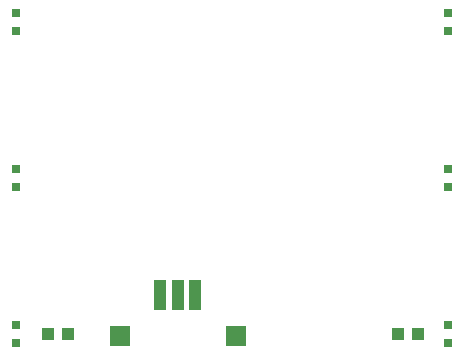
<source format=gtp>
G04 #@! TF.GenerationSoftware,KiCad,Pcbnew,6.0.0-rc1-unknown-r13375-f0c57176*
G04 #@! TF.CreationDate,2018-08-09T00:22:08-05:00*
G04 #@! TF.ProjectId,led_array,6C65645F61727261792E6B696361645F,1*
G04 #@! TF.SameCoordinates,PX7445a00PY7445a00*
G04 #@! TF.FileFunction,Paste,Top*
G04 #@! TF.FilePolarity,Positive*
%FSLAX46Y46*%
G04 Gerber Fmt 4.6, Leading zero omitted, Abs format (unit mm)*
G04 Created by KiCad (PCBNEW 6.0.0-rc1-unknown-r13375-f0c57176) date Thu Aug  9 00:22:08 2018*
%MOMM*%
%LPD*%
G01*
G04 APERTURE LIST*
%ADD10R,0.800000X0.800000*%
%ADD11R,1.000000X1.100000*%
%ADD12R,1.700000X1.700000*%
%ADD13R,1.000000X2.500000*%
G04 APERTURE END LIST*
D10*
G04 #@! TO.C,RED3*
X1524000Y27698000D03*
X1524000Y29198000D03*
G04 #@! TD*
G04 #@! TO.C,RED3*
X1524000Y15990000D03*
X1524000Y14490000D03*
G04 #@! TD*
G04 #@! TO.C,GREEN3*
X38100000Y14490000D03*
X38100000Y15990000D03*
G04 #@! TD*
G04 #@! TO.C,GREEN3*
X38100000Y29198000D03*
X38100000Y27698000D03*
G04 #@! TD*
D11*
G04 #@! TO.C,R1*
X5930000Y2032000D03*
X4230000Y2032000D03*
G04 #@! TD*
G04 #@! TO.C,R2*
X33860000Y2032000D03*
X35560000Y2032000D03*
G04 #@! TD*
D12*
G04 #@! TO.C,U$1*
X10340000Y1816000D03*
X20140000Y1816000D03*
D13*
X13740000Y5316000D03*
X15240000Y5316000D03*
X16740000Y5316000D03*
G04 #@! TD*
D10*
G04 #@! TO.C,RED3*
X1524000Y1282000D03*
X1524000Y2782000D03*
G04 #@! TD*
G04 #@! TO.C,GREEN3*
X38100000Y1282000D03*
X38100000Y2782000D03*
G04 #@! TD*
M02*

</source>
